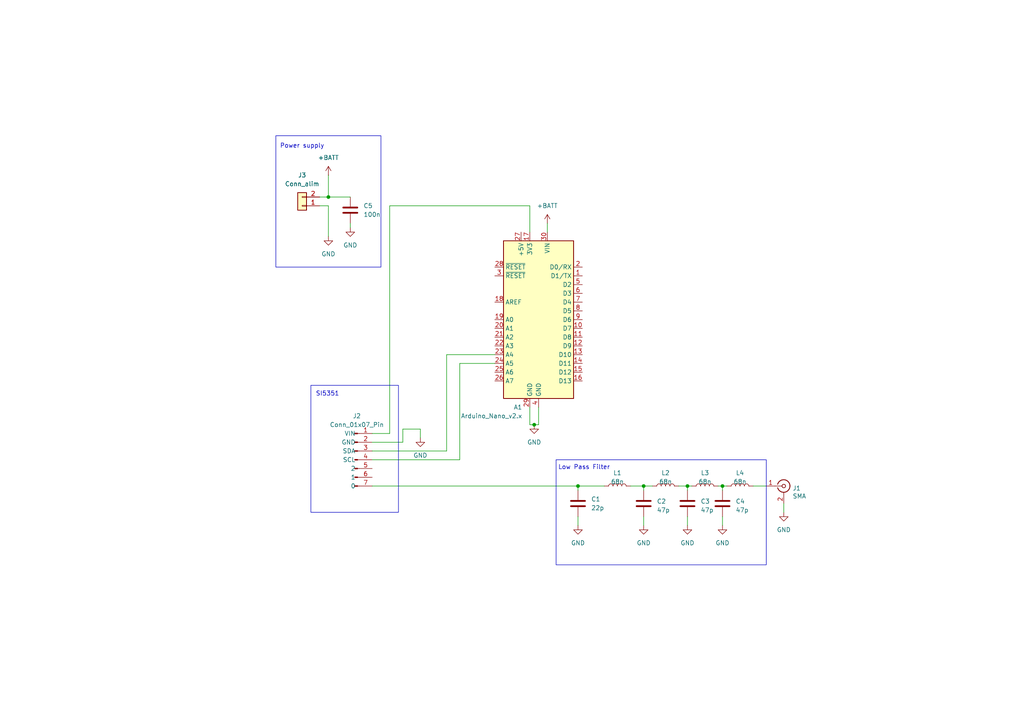
<source format=kicad_sch>
(kicad_sch (version 20231120) (generator "eeschema") (generator_version "8.0")
  (paper "A4")
  (lib_symbols
    (symbol "Connector:Conn_01x07_Pin" (pin_names (offset 1.016))
      (property "Reference" "J2" (at 0.635 12.7 0))
      (property "Value" "Conn_01x07_Pin" (at 0.635 10.16 0))
      (symbol "Conn_01x07_Pin_1_1"
        (polyline (pts (xy 1.27 -7.62) (xy 0.8636 -7.62)) (stroke (width 0.1524)))
        (polyline (pts (xy 1.27 -5.08) (xy 0.8636 -5.08)) (stroke (width 0.1524)))
        (polyline (pts (xy 1.27 -2.54) (xy 0.8636 -2.54)) (stroke (width 0.1524)))
        (polyline (pts (xy 1.27 0) (xy 0.8636 0)) (stroke (width 0.1524)))
        (polyline (pts (xy 1.27 2.54) (xy 0.8636 2.54)) (stroke (width 0.1524)))
        (polyline (pts (xy 1.27 5.08) (xy 0.8636 5.08)) (stroke (width 0.1524)))
        (polyline (pts (xy 1.27 7.62) (xy 0.8636 7.62)) (stroke (width 0.1524)))
        (rectangle (start 0.8636 -7.493) (end 0 -7.747) (stroke (width 0.1524)) (fill (type outline)))
        (rectangle (start 0.8636 -4.953) (end 0 -5.207) (stroke (width 0.1524)) (fill (type outline)))
        (rectangle (start 0.8636 -2.413) (end 0 -2.667) (stroke (width 0.1524)) (fill (type outline)))
        (rectangle (start 0.8636 0.127) (end 0 -0.127) (stroke (width 0.1524)) (fill (type outline)))
        (rectangle (start 0.8636 2.667) (end 0 2.413) (stroke (width 0.1524)) (fill (type outline)))
        (rectangle (start 0.8636 5.207) (end 0 4.953) (stroke (width 0.1524)) (fill (type outline)))
        (rectangle (start 0.8636 7.747) (end 0 7.493) (stroke (width 0.1524)) (fill (type outline)))
        (pin passive line (at 5.08 7.62 180) (length 3.81) (name "VIN") (number "1"))
        (pin passive line (at 5.08 5.08 180) (length 3.81) (name "GND") (number "2"))
        (pin passive line (at 5.08 2.54 180) (length 3.81) (name "SDA") (number "3"))
        (pin passive line (at 5.08 0 180) (length 3.81) (name "SCL") (number "4"))
        (pin passive line (at 5.08 -2.54 180) (length 3.81) (name "2") (number "5"))
        (pin passive line (at 5.08 -5.08 180) (length 3.81) (name "1") (number "6"))
        (pin passive line (at 5.08 -7.62 180) (length 3.81) (name "0") (number "7"))
      )
    )
    (symbol "Connector:Conn_Coaxial" (pin_names (offset 1.016) hide)
      (property "Reference" "J" (at 0.254 3.048 0))
      (property "Value" "Conn_Coaxial" (at 2.921 0 90))
      (symbol "Conn_Coaxial_0_1"
        (arc (start -1.778 -0.508) (mid 0.2311 -1.8066) (end 1.778 0) (stroke (width 0.254)))
        (polyline (pts (xy -2.54 0) (xy -0.508 0)))
        (polyline (pts (xy 0 -2.54) (xy 0 -1.778)))
        (circle (center 0 0) (radius 0.508) (stroke (width 0.2032)))
        (arc (start 1.778 0) (mid 0.2099 1.8101) (end -1.778 0.508) (stroke (width 0.254)))
      )
      (symbol "Conn_Coaxial_1_1"
        (pin passive line (at -5.08 0 0) (length 2.54) (name "In") (number "1"))
        (pin passive line (at 0 -5.08 90) (length 2.54) (name "Ext") (number "2"))
      )
    )
    (symbol "Connector_Generic:Conn_01x02" (pin_names (offset 1.016) hide)
      (property "Reference" "J" (at 0 2.54 0))
      (property "Value" "Conn_01x02" (at 0 -5.08 0))
      (symbol "Conn_01x02_1_1"
        (rectangle (start -1.27 -2.413) (end 0 -2.667) (stroke (width 0.1524)))
        (rectangle (start -1.27 0.127) (end 0 -0.127) (stroke (width 0.1524)))
        (rectangle (start -1.27 1.27) (end 1.27 -3.81) (stroke (width 0.254)) (fill (type background)))
        (pin passive line (at -5.08 0 0) (length 3.81) (name "Pin_1") (number "1"))
        (pin passive line (at -5.08 -2.54 0) (length 3.81) (name "Pin_2") (number "2"))
      )
    )
    (symbol "Device:C" (pin_numbers hide) (pin_names (offset 0.254))
      (property "Reference" "C" (at 0.635 2.54 0))
      (property "Value" "C" (at 0.635 -2.54 0))
      (symbol "C_0_1"
        (polyline (pts (xy -2.032 -0.762) (xy 2.032 -0.762)) (stroke (width 0.508)))
        (polyline (pts (xy -2.032 0.762) (xy 2.032 0.762)) (stroke (width 0.508)))
      )
      (symbol "C_1_1"
        (pin passive line (at 0 3.81 270) (length 2.794) (name "~") (number "1"))
        (pin passive line (at 0 -3.81 90) (length 2.794) (name "~") (number "2"))
      )
    )
    (symbol "Device:L" (pin_numbers hide) (pin_names (offset 1.016) hide)
      (property "Reference" "L" (at -1.27 0 90))
      (property "Value" "L" (at 1.905 0 90))
      (symbol "L_0_1"
        (arc (start 0 -2.54) (mid 0.6323 -1.905) (end 0 -1.27))
        (arc (start 0 -1.27) (mid 0.6323 -0.635) (end 0 0))
        (arc (start 0 0) (mid 0.6323 0.635) (end 0 1.27))
        (arc (start 0 1.27) (mid 0.6323 1.905) (end 0 2.54))
      )
      (symbol "L_1_1"
        (pin passive line (at 0 3.81 270) (length 1.27) (name "1") (number "1"))
        (pin passive line (at 0 -3.81 90) (length 1.27) (name "2") (number "2"))
      )
    )
    (symbol "GND_2" (power) (pin_names (offset 0))
      (property "Value" "GND_2" (at 0 -3.81 0))
      (symbol "GND_2_0_1"
        (polyline (pts (xy 0 0) (xy 0 -1.27) (xy 1.27 -1.27) (xy 0 -2.54) (xy -1.27 -1.27) (xy 0 -1.27)))
      )
      (symbol "GND_2_1_1"
        (pin power_in line (at 0 0 270) (length 0) hide (name "GND") (number "1"))
      )
    )
    (symbol "GND_3" (power) (pin_names (offset 0))
      (property "Value" "GND_3" (at 0 -3.81 0))
      (symbol "GND_3_0_1"
        (polyline (pts (xy 0 0) (xy 0 -1.27) (xy 1.27 -1.27) (xy 0 -2.54) (xy -1.27 -1.27) (xy 0 -1.27)))
      )
      (symbol "GND_3_1_1"
        (pin power_in line (at 0 0 270) (length 0) hide (name "GND") (number "1"))
      )
    )
    (symbol "MCU_Module:Arduino_Nano_v2.x"
      (property "Reference" "A" (at -10.16 23.495 0))
      (property "Value" "Arduino_Nano_v2.x" (at 5.08 -24.13 0))
      (symbol "Arduino_Nano_v2.x_0_1"
        (rectangle (start -10.16 22.86) (end 10.16 -22.86) (stroke (width 0.254)) (fill (type background)))
      )
      (symbol "Arduino_Nano_v2.x_1_1"
        (pin bidirectional line (at -12.7 12.7 0) (length 2.54) (name "D1/TX") (number "1"))
        (pin bidirectional line (at -12.7 -2.54 0) (length 2.54) (name "D7") (number "10"))
        (pin bidirectional line (at -12.7 -5.08 0) (length 2.54) (name "D8") (number "11"))
        (pin bidirectional line (at -12.7 -7.62 0) (length 2.54) (name "D9") (number "12"))
        (pin bidirectional line (at -12.7 -10.16 0) (length 2.54) (name "D10") (number "13"))
        (pin bidirectional line (at -12.7 -12.7 0) (length 2.54) (name "D11") (number "14"))
        (pin bidirectional line (at -12.7 -15.24 0) (length 2.54) (name "D12") (number "15"))
        (pin bidirectional line (at -12.7 -17.78 0) (length 2.54) (name "D13") (number "16"))
        (pin power_out line (at 2.54 25.4 270) (length 2.54) (name "3V3") (number "17"))
        (pin input line (at 12.7 5.08 180) (length 2.54) (name "AREF") (number "18"))
        (pin bidirectional line (at 12.7 0 180) (length 2.54) (name "A0") (number "19"))
        (pin bidirectional line (at -12.7 15.24 0) (length 2.54) (name "D0/RX") (number "2"))
        (pin bidirectional line (at 12.7 -2.54 180) (length 2.54) (name "A1") (number "20"))
        (pin bidirectional line (at 12.7 -5.08 180) (length 2.54) (name "A2") (number "21"))
        (pin bidirectional line (at 12.7 -7.62 180) (length 2.54) (name "A3") (number "22"))
        (pin bidirectional line (at 12.7 -10.16 180) (length 2.54) (name "A4") (number "23"))
        (pin bidirectional line (at 12.7 -12.7 180) (length 2.54) (name "A5") (number "24"))
        (pin bidirectional line (at 12.7 -15.24 180) (length 2.54) (name "A6") (number "25"))
        (pin bidirectional line (at 12.7 -17.78 180) (length 2.54) (name "A7") (number "26"))
        (pin power_out line (at 5.08 25.4 270) (length 2.54) (name "+5V") (number "27"))
        (pin input line (at 12.7 15.24 180) (length 2.54) (name "~{RESET}") (number "28"))
        (pin power_in line (at 2.54 -25.4 90) (length 2.54) (name "GND") (number "29"))
        (pin input line (at 12.7 12.7 180) (length 2.54) (name "~{RESET}") (number "3"))
        (pin power_in line (at -2.54 25.4 270) (length 2.54) (name "VIN") (number "30"))
        (pin power_in line (at 0 -25.4 90) (length 2.54) (name "GND") (number "4"))
        (pin bidirectional line (at -12.7 10.16 0) (length 2.54) (name "D2") (number "5"))
        (pin bidirectional line (at -12.7 7.62 0) (length 2.54) (name "D3") (number "6"))
        (pin bidirectional line (at -12.7 5.08 0) (length 2.54) (name "D4") (number "7"))
        (pin bidirectional line (at -12.7 2.54 0) (length 2.54) (name "D5") (number "8"))
        (pin bidirectional line (at -12.7 0 0) (length 2.54) (name "D6") (number "9"))
      )
    )
    (symbol "power:+BATT" (power) (pin_numbers hide) (pin_names (offset 0) hide)
      (property "Value" "+BATT" (at 0 3.556 0))
      (symbol "+BATT_0_1"
        (polyline (pts (xy -0.762 1.27) (xy 0 2.54)))
        (polyline (pts (xy 0 0) (xy 0 2.54)))
        (polyline (pts (xy 0 2.54) (xy 0.762 1.27)))
      )
      (symbol "+BATT_1_1"
        (pin power_in line (at 0 0 90) (length 0) (name "~") (number "1"))
      )
    )
    (symbol "power:GND" (power) (pin_numbers hide) (pin_names (offset 0) hide)
      (property "Value" "GND" (at 0 -3.81 0))
      (symbol "GND_0_1"
        (polyline (pts (xy 0 0) (xy 0 -1.27) (xy 1.27 -1.27) (xy 0 -2.54) (xy -1.27 -1.27) (xy 0 -1.27)))
      )
      (symbol "GND_1_1"
        (pin power_in line (at 0 0 270) (length 0) (name "~") (number "1"))
      )
    )
  )
  (junction (at 199.39 140.97))
  (junction (at 154.94 123.19))
  (junction (at 186.69 140.97))
  (junction (at 95.25 57.15))
  (junction (at 209.55 140.97))
  (junction (at 167.64 140.97))
  (wire (pts (xy 209.55 140.97) (xy 209.55 142.24)))
  (wire (pts (xy 199.39 152.4) (xy 199.39 149.86)))
  (wire (pts (xy 143.51 102.87) (xy 129.54 102.87)))
  (wire (pts (xy 167.64 140.97) (xy 167.64 142.24)))
  (wire (pts (xy 209.55 140.97) (xy 210.82 140.97)))
  (wire (pts (xy 158.75 67.31) (xy 158.75 64.77)))
  (wire (pts (xy 92.71 57.15) (xy 95.25 57.15)))
  (wire (pts (xy 133.35 105.41) (xy 133.35 133.35)))
  (wire (pts (xy 107.95 130.81) (xy 129.54 130.81)))
  (wire (pts (xy 227.33 146.05) (xy 227.33 148.59)))
  (wire (pts (xy 199.39 142.24) (xy 199.39 140.97)))
  (wire (pts (xy 186.69 140.97) (xy 186.69 142.24)))
  (wire (pts (xy 153.67 123.19) (xy 154.94 123.19)))
  (wire (pts (xy 113.03 125.73) (xy 107.95 125.73)))
  (wire (pts (xy 196.85 140.97) (xy 199.39 140.97)))
  (wire (pts (xy 113.03 59.69) (xy 113.03 125.73)))
  (wire (pts (xy 116.84 124.46) (xy 121.92 124.46)))
  (wire (pts (xy 208.28 140.97) (xy 209.55 140.97)))
  (wire (pts (xy 143.51 105.41) (xy 133.35 105.41)))
  (wire (pts (xy 107.95 128.27) (xy 116.84 128.27)))
  (wire (pts (xy 186.69 140.97) (xy 189.23 140.97)))
  (wire (pts (xy 92.71 59.69) (xy 95.25 59.69)))
  (wire (pts (xy 153.67 118.11) (xy 153.67 123.19)))
  (wire (pts (xy 95.25 57.15) (xy 101.6 57.15)))
  (wire (pts (xy 209.55 149.86) (xy 209.55 152.4)))
  (wire (pts (xy 107.95 133.35) (xy 133.35 133.35)))
  (wire (pts (xy 153.67 67.31) (xy 153.67 59.69)))
  (wire (pts (xy 182.88 140.97) (xy 186.69 140.97)))
  (wire (pts (xy 199.39 140.97) (xy 200.66 140.97)))
  (wire (pts (xy 167.64 140.97) (xy 175.26 140.97)))
  (wire (pts (xy 156.21 123.19) (xy 154.94 123.19)))
  (wire (pts (xy 129.54 102.87) (xy 129.54 130.81)))
  (wire (pts (xy 95.25 59.69) (xy 95.25 68.58)))
  (wire (pts (xy 107.95 140.97) (xy 167.64 140.97)))
  (wire (pts (xy 95.25 50.8) (xy 95.25 57.15)))
  (wire (pts (xy 153.67 59.69) (xy 113.03 59.69)))
  (wire (pts (xy 186.69 149.86) (xy 186.69 152.4)))
  (wire (pts (xy 101.6 64.77) (xy 101.6 66.04)))
  (wire (pts (xy 121.92 124.46) (xy 121.92 127)))
  (wire (pts (xy 116.84 128.27) (xy 116.84 124.46)))
  (wire (pts (xy 218.44 140.97) (xy 222.25 140.97)))
  (wire (pts (xy 167.64 149.86) (xy 167.64 152.4)))
  (wire (pts (xy 156.21 118.11) (xy 156.21 123.19)))
  (rectangle (start 90.17 111.76) (end 115.57 148.59))
  (rectangle (start 161.29 133.35) (end 222.25 163.83))
  (rectangle (start 80.01 39.37) (end 110.49 77.47))
  (text "SI5351" (at 94.996 114.3 0) (effects (font (size 1.27 1.27))))
  (text "Low Pass Filter\n" (at 169.418 135.636 0) (effects (font (size 1.27 1.27))))
  (text "Power supply" (at 87.63 42.418 0) (effects (font (size 1.27 1.27))))
  (symbol (lib_id "Device:L") (at 179.07 140.97 90) (unit 1)
    (property "Reference" "L1" (at 179.07 137.16 90))
    (property "Value" "68n" (at 179.07 139.7 90))
    (property "Footprint" "HomeMade:L_Coilcraft_1812SMS" (effects (hide yes)))
  )
  (symbol (lib_id "Device:L") (at 214.63 140.97 90) (unit 1)
    (property "Reference" "L4" (at 214.63 137.16 90))
    (property "Value" "68n" (at 214.63 139.7 90))
    (property "Footprint" "HomeMade:L_Coilcraft_1812SMS" (effects (hide yes)))
  )
  (symbol (lib_id "MCU_Module:Arduino_Nano_v2.x") (at 156.21 92.71 0) (mirror y) (unit 1)
    (property "Reference" "A1" (at 151.4759 118.11 0) (effects (justify left)))
    (property "Value" "Arduino_Nano_v2.x" (at 151.4759 120.65 0) (effects (justify left)))
    (property "Footprint" "Module:Arduino_Nano" (effects (hide yes)))
    (property "Datasheet" "https://www.arduino.cc/en/uploads/Main/ArduinoNanoManual23.pdf" (effects (hide yes)))
    (property "Description" "Arduino Nano v2.x" (effects (hide yes)))
  )
  (symbol (lib_name "GND_3") (lib_id "power:GND") (at 154.94 123.19 0) (unit 1)
    (property "Reference" "#PWR08" (effects (hide yes)))
    (property "Value" "GND" (at 154.94 128.27 0))
  )
  (symbol (lib_name "GND_3") (lib_id "power:GND") (at 199.39 152.4 0) (unit 1)
    (property "Reference" "#PWR03" (effects (hide yes)))
    (property "Value" "GND" (at 199.39 157.48 0))
  )
  (symbol (lib_id "Connector_Generic:Conn_01x02") (at 87.63 59.69 180) (unit 1)
    (property "Reference" "J3" (at 87.63 50.8 0))
    (property "Value" "Conn_alim" (at 87.63 53.34 0))
    (property "Footprint" "Connector_JST:JST_XH_B2B-XH-A_1x02_P2.50mm_Vertical" (effects (hide yes)))
  )
  (symbol (lib_id "Device:C") (at 167.64 146.05 0) (unit 1)
    (property "Reference" "C1" (at 171.45 144.7799 0) (effects (justify left)))
    (property "Value" "22p" (at 171.45 147.3199 0) (effects (justify left)))
    (property "Footprint" "Capacitor_SMD:C_0805_2012Metric" (effects (hide yes)))
  )
  (symbol (lib_id "power:GND") (at 101.6 66.04 0) (unit 1)
    (property "Reference" "#PWR011" (effects (hide yes)))
    (property "Value" "GND" (at 101.6 71.12 0))
    (property "Description" "Power symbol creates a global label with name \"GND\" , ground" (effects (hide yes)))
  )
  (symbol (lib_name "GND_3") (lib_id "power:GND") (at 121.92 127 0) (unit 1)
    (property "Reference" "#PWR07" (effects (hide yes)))
    (property "Value" "GND" (at 121.92 132.08 0))
  )
  (symbol (lib_id "power:+BATT") (at 95.25 50.8 0) (unit 1)
    (property "Reference" "#PWR09" (effects (hide yes)))
    (property "Value" "+BATT" (at 95.25 45.72 0))
    (property "Description" "Power symbol creates a global label with name \"+BATT\"" (effects (hide yes)))
  )
  (symbol (lib_id "Connector:Conn_01x07_Pin") (at 102.87 133.35 0) (unit 1)
    (property "Reference" "J2" (at 103.505 120.65 0))
    (property "Value" "Conn_01x07_Pin" (at 103.505 123.19 0))
    (property "Footprint" "Connector_PinHeader_2.54mm:PinHeader_1x07_P2.54mm_Vertical" (effects (hide yes)))
    (property "Description" "Generic connector, single row, 01x07, script generated" (effects (hide yes)))
  )
  (symbol (lib_id "Connector:Conn_Coaxial") (at 227.33 140.97 0) (unit 1)
    (property "Reference" "J1" (at 229.87 141.605 0) (effects (justify left)))
    (property "Value" "SMA" (at 229.87 143.9164 0) (effects (justify left)))
    (property "Footprint" "HomeMade:SMA_EDGE_NRW" (effects (hide yes)))
    (property "Datasheet" " ~" (effects (hide yes)))
  )
  (symbol (lib_id "Device:L") (at 204.47 140.97 90) (unit 1)
    (property "Reference" "L3" (at 204.47 137.16 90))
    (property "Value" "68n" (at 204.47 139.7 90))
    (property "Footprint" "HomeMade:L_Coilcraft_1812SMS" (effects (hide yes)))
  )
  (symbol (lib_id "Device:L") (at 193.04 140.97 90) (unit 1)
    (property "Reference" "L2" (at 193.04 137.16 90))
    (property "Value" "68n" (at 193.04 139.7 90))
    (property "Footprint" "HomeMade:L_Coilcraft_1812SMS" (effects (hide yes)))
  )
  (symbol (lib_id "Device:C") (at 209.55 146.05 0) (unit 1)
    (property "Reference" "C4" (at 213.36 145.415 0) (effects (justify left)))
    (property "Value" "47p" (at 213.36 147.955 0) (effects (justify left)))
    (property "Footprint" "Capacitor_SMD:C_0805_2012Metric" (effects (hide yes)))
  )
  (symbol (lib_id "power:+BATT") (at 158.75 64.77 0) (unit 1)
    (property "Reference" "#PWR06" (effects (hide yes)))
    (property "Value" "+BATT" (at 158.75 59.69 0))
    (property "Description" "Power symbol creates a global label with name \"+BATT\"" (effects (hide yes)))
  )
  (symbol (lib_name "GND_3") (lib_id "power:GND") (at 186.69 152.4 0) (unit 1)
    (property "Reference" "#PWR02" (effects (hide yes)))
    (property "Value" "GND" (at 186.69 157.48 0))
  )
  (symbol (lib_name "GND_3") (lib_id "power:GND") (at 95.25 68.58 0) (unit 1)
    (property "Reference" "#PWR010" (effects (hide yes)))
    (property "Value" "GND" (at 95.25 73.66 0))
  )
  (symbol (lib_id "Device:C") (at 186.69 146.05 0) (unit 1)
    (property "Reference" "C2" (at 190.5 145.415 0) (effects (justify left)))
    (property "Value" "47p" (at 190.5 147.955 0) (effects (justify left)))
    (property "Footprint" "Capacitor_SMD:C_0805_2012Metric" (effects (hide yes)))
  )
  (symbol (lib_name "GND_3") (lib_id "power:GND") (at 167.64 152.4 0) (unit 1)
    (property "Reference" "#PWR01" (effects (hide yes)))
    (property "Value" "GND" (at 167.64 157.48 0))
  )
  (symbol (lib_id "Device:C") (at 199.39 146.05 0) (unit 1)
    (property "Reference" "C3" (at 203.2 145.415 0) (effects (justify left)))
    (property "Value" "47p" (at 203.2 147.955 0) (effects (justify left)))
    (property "Footprint" "Capacitor_SMD:C_0805_2012Metric" (effects (hide yes)))
  )
  (symbol (lib_name "GND_2") (lib_id "power:GND") (at 227.33 148.59 0) (unit 1)
    (property "Reference" "#PWR05" (effects (hide yes)))
    (property "Value" "GND" (at 227.33 153.67 0))
  )
  (symbol (lib_name "GND_3") (lib_id "power:GND") (at 209.55 152.4 0) (unit 1)
    (property "Reference" "#PWR04" (effects (hide yes)))
    (property "Value" "GND" (at 209.55 157.48 0))
  )
  (symbol (lib_id "Device:C") (at 101.6 60.96 0) (unit 1)
    (property "Reference" "C5" (at 105.41 59.6899 0) (effects (justify left)))
    (property "Value" "100n" (at 105.41 62.2299 0) (effects (justify left)))
    (property "Footprint" "Capacitor_SMD:C_0805_2012Metric_Pad1.18x1.45mm_HandSolder" (effects (hide yes)))
  )
)
</source>
